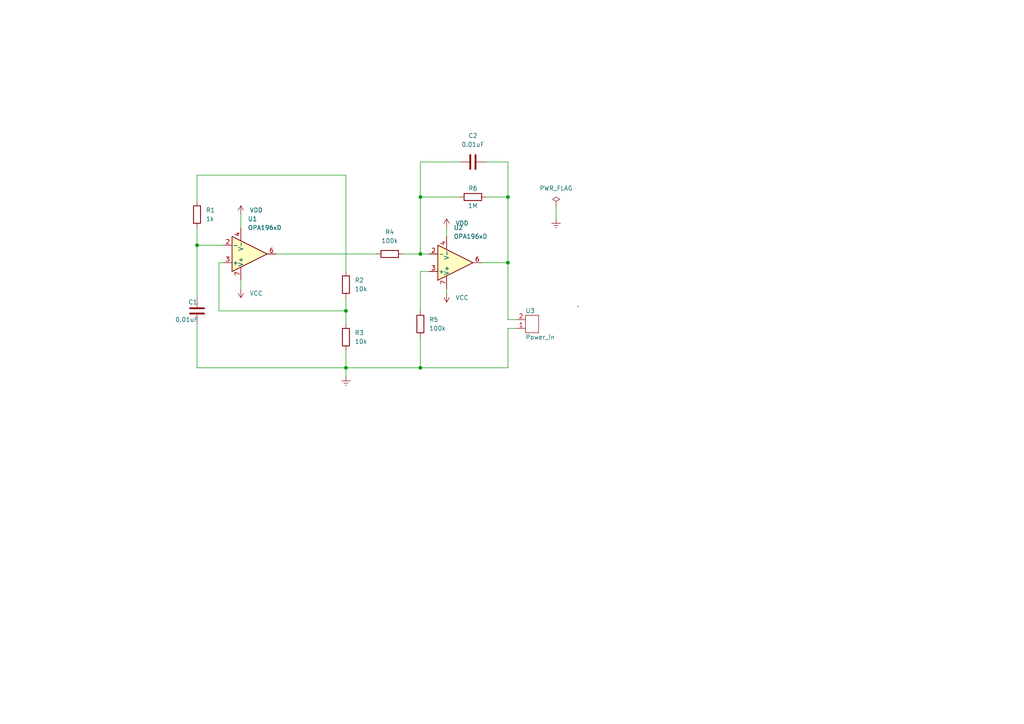
<source format=kicad_sch>
(kicad_sch (version 20211123) (generator eeschema)

  (uuid 27c091a2-fcd6-4425-9395-598a50e22574)

  (paper "A4")

  (title_block
    (title "Triangular Wave Generator")
    (date "2022-05-14")
    (rev "v1.1")
    (company "zhrzkn")
  )

  (lib_symbols
    (symbol "Amplifier_Operational:OPA196xD" (pin_names (offset 0.127)) (in_bom yes) (on_board yes)
      (property "Reference" "U" (id 0) (at 0 6.35 0)
        (effects (font (size 1.27 1.27)) (justify left))
      )
      (property "Value" "OPA196xD" (id 1) (at 0 3.81 0)
        (effects (font (size 1.27 1.27)) (justify left))
      )
      (property "Footprint" "Package_SO:SOIC-8_3.9x4.9mm_P1.27mm" (id 2) (at -2.54 -5.08 0)
        (effects (font (size 1.27 1.27)) (justify left) hide)
      )
      (property "Datasheet" "http://www.ti.com/lit/ds/symlink/opa4196.pdf" (id 3) (at 3.81 3.81 0)
        (effects (font (size 1.27 1.27)) hide)
      )
      (property "ki_keywords" "single opamp" (id 4) (at 0 0 0)
        (effects (font (size 1.27 1.27)) hide)
      )
      (property "ki_description" "Sing, Low-Power, Low Offset Voltage, Rail-to-Rail Operational Amplifier, SOIC-8" (id 5) (at 0 0 0)
        (effects (font (size 1.27 1.27)) hide)
      )
      (property "ki_fp_filters" "SOIC*3.9x4.9mm*P1.27mm*" (id 6) (at 0 0 0)
        (effects (font (size 1.27 1.27)) hide)
      )
      (symbol "OPA196xD_0_1"
        (polyline
          (pts
            (xy -5.08 5.08)
            (xy 5.08 0)
            (xy -5.08 -5.08)
            (xy -5.08 5.08)
          )
          (stroke (width 0.254) (type default) (color 0 0 0 0))
          (fill (type background))
        )
      )
      (symbol "OPA196xD_1_1"
        (pin no_connect line (at -2.54 2.54 270) (length 2.54) hide
          (name "NC" (effects (font (size 1.27 1.27))))
          (number "1" (effects (font (size 1.27 1.27))))
        )
        (pin input line (at -7.62 -2.54 0) (length 2.54)
          (name "-" (effects (font (size 1.27 1.27))))
          (number "2" (effects (font (size 1.27 1.27))))
        )
        (pin input line (at -7.62 2.54 0) (length 2.54)
          (name "+" (effects (font (size 1.27 1.27))))
          (number "3" (effects (font (size 1.27 1.27))))
        )
        (pin power_in line (at -2.54 -7.62 90) (length 3.81)
          (name "V-" (effects (font (size 1.27 1.27))))
          (number "4" (effects (font (size 1.27 1.27))))
        )
        (pin no_connect line (at 0 2.54 270) (length 2.54) hide
          (name "NC" (effects (font (size 1.27 1.27))))
          (number "5" (effects (font (size 1.27 1.27))))
        )
        (pin output line (at 7.62 0 180) (length 2.54)
          (name "~" (effects (font (size 1.27 1.27))))
          (number "6" (effects (font (size 1.27 1.27))))
        )
        (pin power_in line (at -2.54 7.62 270) (length 3.81)
          (name "V+" (effects (font (size 1.27 1.27))))
          (number "7" (effects (font (size 1.27 1.27))))
        )
        (pin no_connect line (at 0 -2.54 90) (length 2.54) hide
          (name "NC" (effects (font (size 1.27 1.27))))
          (number "8" (effects (font (size 1.27 1.27))))
        )
      )
    )
    (symbol "Device:C" (pin_numbers hide) (pin_names (offset 0.254)) (in_bom yes) (on_board yes)
      (property "Reference" "C" (id 0) (at 0.635 2.54 0)
        (effects (font (size 1.27 1.27)) (justify left))
      )
      (property "Value" "C" (id 1) (at 0.635 -2.54 0)
        (effects (font (size 1.27 1.27)) (justify left))
      )
      (property "Footprint" "" (id 2) (at 0.9652 -3.81 0)
        (effects (font (size 1.27 1.27)) hide)
      )
      (property "Datasheet" "~" (id 3) (at 0 0 0)
        (effects (font (size 1.27 1.27)) hide)
      )
      (property "ki_keywords" "cap capacitor" (id 4) (at 0 0 0)
        (effects (font (size 1.27 1.27)) hide)
      )
      (property "ki_description" "Unpolarized capacitor" (id 5) (at 0 0 0)
        (effects (font (size 1.27 1.27)) hide)
      )
      (property "ki_fp_filters" "C_*" (id 6) (at 0 0 0)
        (effects (font (size 1.27 1.27)) hide)
      )
      (symbol "C_0_1"
        (polyline
          (pts
            (xy -2.032 -0.762)
            (xy 2.032 -0.762)
          )
          (stroke (width 0.508) (type default) (color 0 0 0 0))
          (fill (type none))
        )
        (polyline
          (pts
            (xy -2.032 0.762)
            (xy 2.032 0.762)
          )
          (stroke (width 0.508) (type default) (color 0 0 0 0))
          (fill (type none))
        )
      )
      (symbol "C_1_1"
        (pin passive line (at 0 3.81 270) (length 2.794)
          (name "~" (effects (font (size 1.27 1.27))))
          (number "1" (effects (font (size 1.27 1.27))))
        )
        (pin passive line (at 0 -3.81 90) (length 2.794)
          (name "~" (effects (font (size 1.27 1.27))))
          (number "2" (effects (font (size 1.27 1.27))))
        )
      )
    )
    (symbol "Device:R" (pin_numbers hide) (pin_names (offset 0)) (in_bom yes) (on_board yes)
      (property "Reference" "R" (id 0) (at 2.032 0 90)
        (effects (font (size 1.27 1.27)))
      )
      (property "Value" "R" (id 1) (at 0 0 90)
        (effects (font (size 1.27 1.27)))
      )
      (property "Footprint" "" (id 2) (at -1.778 0 90)
        (effects (font (size 1.27 1.27)) hide)
      )
      (property "Datasheet" "~" (id 3) (at 0 0 0)
        (effects (font (size 1.27 1.27)) hide)
      )
      (property "ki_keywords" "R res resistor" (id 4) (at 0 0 0)
        (effects (font (size 1.27 1.27)) hide)
      )
      (property "ki_description" "Resistor" (id 5) (at 0 0 0)
        (effects (font (size 1.27 1.27)) hide)
      )
      (property "ki_fp_filters" "R_*" (id 6) (at 0 0 0)
        (effects (font (size 1.27 1.27)) hide)
      )
      (symbol "R_0_1"
        (rectangle (start -1.016 -2.54) (end 1.016 2.54)
          (stroke (width 0.254) (type default) (color 0 0 0 0))
          (fill (type none))
        )
      )
      (symbol "R_1_1"
        (pin passive line (at 0 3.81 270) (length 1.27)
          (name "~" (effects (font (size 1.27 1.27))))
          (number "1" (effects (font (size 1.27 1.27))))
        )
        (pin passive line (at 0 -3.81 90) (length 1.27)
          (name "~" (effects (font (size 1.27 1.27))))
          (number "2" (effects (font (size 1.27 1.27))))
        )
      )
    )
    (symbol "extra_library:Power_in" (in_bom yes) (on_board yes)
      (property "Reference" "U" (id 0) (at -1.27 1.27 0)
        (effects (font (size 1.27 1.27)))
      )
      (property "Value" "Power_in" (id 1) (at 2.54 -6.35 0)
        (effects (font (size 1.27 1.27)))
      )
      (property "Footprint" "" (id 2) (at 0 0 0)
        (effects (font (size 1.27 1.27)) hide)
      )
      (property "Datasheet" "" (id 3) (at 0 0 0)
        (effects (font (size 1.27 1.27)) hide)
      )
      (symbol "Power_in_0_1"
        (rectangle (start 0 0) (end 3.81 -5.08)
          (stroke (width 0) (type default) (color 0 0 0 0))
          (fill (type none))
        )
        (circle (center 15.24 2.54) (radius 0.0001)
          (stroke (width 0) (type default) (color 0 0 0 0))
          (fill (type none))
        )
      )
      (symbol "Power_in_1_1"
        (pin input line (at -2.54 -3.81 0) (length 2.54)
          (name "" (effects (font (size 1.27 1.27))))
          (number "1" (effects (font (size 1.27 1.27))))
        )
        (pin input line (at -2.54 -1.27 0) (length 2.54)
          (name "" (effects (font (size 1.27 1.27))))
          (number "2" (effects (font (size 1.27 1.27))))
        )
      )
    )
    (symbol "power:Earth" (power) (pin_names (offset 0)) (in_bom yes) (on_board yes)
      (property "Reference" "#PWR" (id 0) (at 0 -6.35 0)
        (effects (font (size 1.27 1.27)) hide)
      )
      (property "Value" "Earth" (id 1) (at 0 -3.81 0)
        (effects (font (size 1.27 1.27)) hide)
      )
      (property "Footprint" "" (id 2) (at 0 0 0)
        (effects (font (size 1.27 1.27)) hide)
      )
      (property "Datasheet" "~" (id 3) (at 0 0 0)
        (effects (font (size 1.27 1.27)) hide)
      )
      (property "ki_keywords" "power-flag ground gnd" (id 4) (at 0 0 0)
        (effects (font (size 1.27 1.27)) hide)
      )
      (property "ki_description" "Power symbol creates a global label with name \"Earth\"" (id 5) (at 0 0 0)
        (effects (font (size 1.27 1.27)) hide)
      )
      (symbol "Earth_0_1"
        (polyline
          (pts
            (xy -0.635 -1.905)
            (xy 0.635 -1.905)
          )
          (stroke (width 0) (type default) (color 0 0 0 0))
          (fill (type none))
        )
        (polyline
          (pts
            (xy -0.127 -2.54)
            (xy 0.127 -2.54)
          )
          (stroke (width 0) (type default) (color 0 0 0 0))
          (fill (type none))
        )
        (polyline
          (pts
            (xy 0 -1.27)
            (xy 0 0)
          )
          (stroke (width 0) (type default) (color 0 0 0 0))
          (fill (type none))
        )
        (polyline
          (pts
            (xy 1.27 -1.27)
            (xy -1.27 -1.27)
          )
          (stroke (width 0) (type default) (color 0 0 0 0))
          (fill (type none))
        )
      )
      (symbol "Earth_1_1"
        (pin power_in line (at 0 0 270) (length 0) hide
          (name "Earth" (effects (font (size 1.27 1.27))))
          (number "1" (effects (font (size 1.27 1.27))))
        )
      )
    )
    (symbol "power:PWR_FLAG" (power) (pin_numbers hide) (pin_names (offset 0) hide) (in_bom yes) (on_board yes)
      (property "Reference" "#FLG" (id 0) (at 0 1.905 0)
        (effects (font (size 1.27 1.27)) hide)
      )
      (property "Value" "PWR_FLAG" (id 1) (at 0 3.81 0)
        (effects (font (size 1.27 1.27)))
      )
      (property "Footprint" "" (id 2) (at 0 0 0)
        (effects (font (size 1.27 1.27)) hide)
      )
      (property "Datasheet" "~" (id 3) (at 0 0 0)
        (effects (font (size 1.27 1.27)) hide)
      )
      (property "ki_keywords" "power-flag" (id 4) (at 0 0 0)
        (effects (font (size 1.27 1.27)) hide)
      )
      (property "ki_description" "Special symbol for telling ERC where power comes from" (id 5) (at 0 0 0)
        (effects (font (size 1.27 1.27)) hide)
      )
      (symbol "PWR_FLAG_0_0"
        (pin power_out line (at 0 0 90) (length 0)
          (name "pwr" (effects (font (size 1.27 1.27))))
          (number "1" (effects (font (size 1.27 1.27))))
        )
      )
      (symbol "PWR_FLAG_0_1"
        (polyline
          (pts
            (xy 0 0)
            (xy 0 1.27)
            (xy -1.016 1.905)
            (xy 0 2.54)
            (xy 1.016 1.905)
            (xy 0 1.27)
          )
          (stroke (width 0) (type default) (color 0 0 0 0))
          (fill (type none))
        )
      )
    )
    (symbol "power:VCC" (power) (pin_names (offset 0)) (in_bom yes) (on_board yes)
      (property "Reference" "#PWR" (id 0) (at 0 -3.81 0)
        (effects (font (size 1.27 1.27)) hide)
      )
      (property "Value" "VCC" (id 1) (at 0 3.81 0)
        (effects (font (size 1.27 1.27)))
      )
      (property "Footprint" "" (id 2) (at 0 0 0)
        (effects (font (size 1.27 1.27)) hide)
      )
      (property "Datasheet" "" (id 3) (at 0 0 0)
        (effects (font (size 1.27 1.27)) hide)
      )
      (property "ki_keywords" "power-flag" (id 4) (at 0 0 0)
        (effects (font (size 1.27 1.27)) hide)
      )
      (property "ki_description" "Power symbol creates a global label with name \"VCC\"" (id 5) (at 0 0 0)
        (effects (font (size 1.27 1.27)) hide)
      )
      (symbol "VCC_0_1"
        (polyline
          (pts
            (xy -0.762 1.27)
            (xy 0 2.54)
          )
          (stroke (width 0) (type default) (color 0 0 0 0))
          (fill (type none))
        )
        (polyline
          (pts
            (xy 0 0)
            (xy 0 2.54)
          )
          (stroke (width 0) (type default) (color 0 0 0 0))
          (fill (type none))
        )
        (polyline
          (pts
            (xy 0 2.54)
            (xy 0.762 1.27)
          )
          (stroke (width 0) (type default) (color 0 0 0 0))
          (fill (type none))
        )
      )
      (symbol "VCC_1_1"
        (pin power_in line (at 0 0 90) (length 0) hide
          (name "VCC" (effects (font (size 1.27 1.27))))
          (number "1" (effects (font (size 1.27 1.27))))
        )
      )
    )
    (symbol "power:VDD" (power) (pin_names (offset 0)) (in_bom yes) (on_board yes)
      (property "Reference" "#PWR" (id 0) (at 0 -3.81 0)
        (effects (font (size 1.27 1.27)) hide)
      )
      (property "Value" "VDD" (id 1) (at 0 3.81 0)
        (effects (font (size 1.27 1.27)))
      )
      (property "Footprint" "" (id 2) (at 0 0 0)
        (effects (font (size 1.27 1.27)) hide)
      )
      (property "Datasheet" "" (id 3) (at 0 0 0)
        (effects (font (size 1.27 1.27)) hide)
      )
      (property "ki_keywords" "power-flag" (id 4) (at 0 0 0)
        (effects (font (size 1.27 1.27)) hide)
      )
      (property "ki_description" "Power symbol creates a global label with name \"VDD\"" (id 5) (at 0 0 0)
        (effects (font (size 1.27 1.27)) hide)
      )
      (symbol "VDD_0_1"
        (polyline
          (pts
            (xy -0.762 1.27)
            (xy 0 2.54)
          )
          (stroke (width 0) (type default) (color 0 0 0 0))
          (fill (type none))
        )
        (polyline
          (pts
            (xy 0 0)
            (xy 0 2.54)
          )
          (stroke (width 0) (type default) (color 0 0 0 0))
          (fill (type none))
        )
        (polyline
          (pts
            (xy 0 2.54)
            (xy 0.762 1.27)
          )
          (stroke (width 0) (type default) (color 0 0 0 0))
          (fill (type none))
        )
      )
      (symbol "VDD_1_1"
        (pin power_in line (at 0 0 90) (length 0) hide
          (name "VDD" (effects (font (size 1.27 1.27))))
          (number "1" (effects (font (size 1.27 1.27))))
        )
      )
    )
  )


  (junction (at 121.92 73.66) (diameter 0) (color 0 0 0 0)
    (uuid 1d1e948f-b074-46e3-90c3-1b902ee6771c)
  )
  (junction (at 147.32 57.15) (diameter 0) (color 0 0 0 0)
    (uuid 2c02e074-2877-47bc-ab4f-5e008c8f8d1a)
  )
  (junction (at 57.15 71.12) (diameter 0) (color 0 0 0 0)
    (uuid 3d0b45fe-79cb-420a-8b26-de470faf36b3)
  )
  (junction (at 100.33 90.17) (diameter 0) (color 0 0 0 0)
    (uuid 45f84ca3-5f51-44c5-bf0b-ece660692682)
  )
  (junction (at 100.33 106.68) (diameter 0) (color 0 0 0 0)
    (uuid 981578e4-5329-4a58-8a4a-1b9bc1e245eb)
  )
  (junction (at 147.32 76.2) (diameter 0) (color 0 0 0 0)
    (uuid b14b7e42-c5e6-4394-bfec-1b876798110b)
  )
  (junction (at 121.92 57.15) (diameter 0) (color 0 0 0 0)
    (uuid cc79a6e9-9a73-49e0-a026-5ec573b63754)
  )
  (junction (at 121.92 106.68) (diameter 0) (color 0 0 0 0)
    (uuid ce464144-f70b-4d89-afd3-3b189f9a8d8e)
  )

  (wire (pts (xy 64.77 76.2) (xy 63.5 76.2))
    (stroke (width 0) (type default) (color 0 0 0 0))
    (uuid 01638d85-281e-4bea-8a9a-051743554dca)
  )
  (wire (pts (xy 116.84 73.66) (xy 121.92 73.66))
    (stroke (width 0) (type default) (color 0 0 0 0))
    (uuid 18fbfdd4-d440-466f-ad19-31731295c47e)
  )
  (wire (pts (xy 57.15 71.12) (xy 57.15 86.36))
    (stroke (width 0) (type default) (color 0 0 0 0))
    (uuid 2c011b8e-8ea6-4b74-b630-20b6de26cfd5)
  )
  (wire (pts (xy 57.15 71.12) (xy 57.15 66.04))
    (stroke (width 0) (type default) (color 0 0 0 0))
    (uuid 2ce87107-e8c0-4261-97ab-4e6de74fa6c0)
  )
  (wire (pts (xy 100.33 86.36) (xy 100.33 90.17))
    (stroke (width 0) (type default) (color 0 0 0 0))
    (uuid 32ce0626-ba46-491b-962b-0dc9270eafac)
  )
  (wire (pts (xy 100.33 50.8) (xy 100.33 78.74))
    (stroke (width 0) (type default) (color 0 0 0 0))
    (uuid 3a4aec66-4fc1-48fd-bd37-c5cd530ea1a2)
  )
  (wire (pts (xy 121.92 73.66) (xy 124.46 73.66))
    (stroke (width 0) (type default) (color 0 0 0 0))
    (uuid 3decb6f7-62b6-4485-876c-b45865087a02)
  )
  (wire (pts (xy 161.29 59.69) (xy 161.29 63.5))
    (stroke (width 0) (type default) (color 0 0 0 0))
    (uuid 3e782a9f-b5eb-41fa-b352-3ec31c20755d)
  )
  (wire (pts (xy 80.01 73.66) (xy 109.22 73.66))
    (stroke (width 0) (type default) (color 0 0 0 0))
    (uuid 42b80581-9683-43d7-bdf0-3e05a298b2f1)
  )
  (wire (pts (xy 69.85 62.23) (xy 69.85 66.04))
    (stroke (width 0) (type default) (color 0 0 0 0))
    (uuid 44641721-749a-43a9-a35c-0477bb5c8a1d)
  )
  (wire (pts (xy 121.92 106.68) (xy 100.33 106.68))
    (stroke (width 0) (type default) (color 0 0 0 0))
    (uuid 477cc340-2879-4cf7-a85e-357616293011)
  )
  (wire (pts (xy 57.15 106.68) (xy 100.33 106.68))
    (stroke (width 0) (type default) (color 0 0 0 0))
    (uuid 57c4124a-91e9-4832-8f75-6fdcf94fbe97)
  )
  (wire (pts (xy 121.92 57.15) (xy 121.92 73.66))
    (stroke (width 0) (type default) (color 0 0 0 0))
    (uuid 59ee55e6-7fc8-4076-8200-39928aba6aef)
  )
  (wire (pts (xy 63.5 90.17) (xy 100.33 90.17))
    (stroke (width 0) (type default) (color 0 0 0 0))
    (uuid 63c464de-fdd4-4997-80fb-02cfd4461b04)
  )
  (wire (pts (xy 139.7 76.2) (xy 147.32 76.2))
    (stroke (width 0) (type default) (color 0 0 0 0))
    (uuid 661e62a7-4147-4617-b7a2-8eae6741e485)
  )
  (wire (pts (xy 147.32 57.15) (xy 147.32 76.2))
    (stroke (width 0) (type default) (color 0 0 0 0))
    (uuid 66ea98bd-1712-4240-b919-8ed6fd16dfb1)
  )
  (wire (pts (xy 121.92 78.74) (xy 121.92 90.17))
    (stroke (width 0) (type default) (color 0 0 0 0))
    (uuid 686c5f39-cdb3-4e94-be7b-7357a0d543ae)
  )
  (wire (pts (xy 100.33 106.68) (xy 100.33 101.6))
    (stroke (width 0) (type default) (color 0 0 0 0))
    (uuid 69fb71c9-a665-48ec-9d4e-dca430e7306b)
  )
  (wire (pts (xy 57.15 50.8) (xy 100.33 50.8))
    (stroke (width 0) (type default) (color 0 0 0 0))
    (uuid 6d3e4a27-14d4-4f01-90e8-33d6656a82e9)
  )
  (wire (pts (xy 149.86 95.25) (xy 147.32 95.25))
    (stroke (width 0) (type default) (color 0 0 0 0))
    (uuid 7cec6255-0cd0-44cf-99a5-a94d7ce163d7)
  )
  (wire (pts (xy 147.32 46.99) (xy 147.32 57.15))
    (stroke (width 0) (type default) (color 0 0 0 0))
    (uuid 7e11cbaf-0ff2-458f-90aa-e35216af8a47)
  )
  (wire (pts (xy 121.92 46.99) (xy 121.92 57.15))
    (stroke (width 0) (type default) (color 0 0 0 0))
    (uuid 8f1f7422-d99d-43ee-b7a8-9a43063c7ccf)
  )
  (wire (pts (xy 147.32 106.68) (xy 121.92 106.68))
    (stroke (width 0) (type default) (color 0 0 0 0))
    (uuid 998e12e4-bf70-4c62-8d69-e45cb6fd0476)
  )
  (wire (pts (xy 124.46 78.74) (xy 121.92 78.74))
    (stroke (width 0) (type default) (color 0 0 0 0))
    (uuid 9bbd23dc-2589-47a4-9b26-c47864659d0c)
  )
  (wire (pts (xy 140.97 46.99) (xy 147.32 46.99))
    (stroke (width 0) (type default) (color 0 0 0 0))
    (uuid 9c4d4031-33bf-4b2c-b3d7-d94984292cb7)
  )
  (wire (pts (xy 121.92 97.79) (xy 121.92 106.68))
    (stroke (width 0) (type default) (color 0 0 0 0))
    (uuid 9cea8356-1bdc-4ed2-b045-24555da08ea4)
  )
  (wire (pts (xy 129.54 66.04) (xy 129.54 68.58))
    (stroke (width 0) (type default) (color 0 0 0 0))
    (uuid 9db93c3f-8b75-42db-b63d-c45adca42c79)
  )
  (wire (pts (xy 147.32 95.25) (xy 147.32 106.68))
    (stroke (width 0) (type default) (color 0 0 0 0))
    (uuid 9e21d309-1a71-4b27-a043-8258990999a4)
  )
  (wire (pts (xy 147.32 76.2) (xy 147.32 92.71))
    (stroke (width 0) (type default) (color 0 0 0 0))
    (uuid 9e67d1c6-81a0-48e7-b869-d0f326501c69)
  )
  (wire (pts (xy 133.35 57.15) (xy 121.92 57.15))
    (stroke (width 0) (type default) (color 0 0 0 0))
    (uuid a2c897f7-be0f-4a12-b1e9-eb540990039f)
  )
  (wire (pts (xy 133.35 46.99) (xy 121.92 46.99))
    (stroke (width 0) (type default) (color 0 0 0 0))
    (uuid b608b6b3-27e4-4253-b288-a0faf0b589c7)
  )
  (wire (pts (xy 57.15 93.98) (xy 57.15 106.68))
    (stroke (width 0) (type default) (color 0 0 0 0))
    (uuid c57e6629-6a41-4427-860e-3e75f7e8e246)
  )
  (wire (pts (xy 100.33 90.17) (xy 100.33 93.98))
    (stroke (width 0) (type default) (color 0 0 0 0))
    (uuid d152483a-113f-489d-969b-aca2385ad21d)
  )
  (wire (pts (xy 64.77 71.12) (xy 57.15 71.12))
    (stroke (width 0) (type default) (color 0 0 0 0))
    (uuid d75f9807-22e9-4f0d-9f9f-505f2d98b2d5)
  )
  (wire (pts (xy 69.85 81.28) (xy 69.85 83.82))
    (stroke (width 0) (type default) (color 0 0 0 0))
    (uuid d9514679-f94b-4d83-9f38-56826ac99c5d)
  )
  (wire (pts (xy 129.54 83.82) (xy 129.54 85.09))
    (stroke (width 0) (type default) (color 0 0 0 0))
    (uuid dac2ac14-061e-4edc-8200-ee89c50c642d)
  )
  (wire (pts (xy 57.15 58.42) (xy 57.15 50.8))
    (stroke (width 0) (type default) (color 0 0 0 0))
    (uuid e156ab05-6720-4fbf-b3f2-973c9b8535b8)
  )
  (wire (pts (xy 147.32 57.15) (xy 140.97 57.15))
    (stroke (width 0) (type default) (color 0 0 0 0))
    (uuid edd9905f-ca90-406d-a36a-61b0414d066a)
  )
  (wire (pts (xy 149.86 92.71) (xy 147.32 92.71))
    (stroke (width 0) (type default) (color 0 0 0 0))
    (uuid ef7329d3-295d-4b80-b17b-7543bcfcbc67)
  )
  (wire (pts (xy 100.33 106.68) (xy 100.33 109.22))
    (stroke (width 0) (type default) (color 0 0 0 0))
    (uuid f10a1435-819a-4b9f-bed0-ca037c3a31ec)
  )
  (wire (pts (xy 63.5 76.2) (xy 63.5 90.17))
    (stroke (width 0) (type default) (color 0 0 0 0))
    (uuid f421bc00-8935-4434-acf1-df62c4afa029)
  )

  (symbol (lib_id "power:VDD") (at 69.85 62.23 0) (unit 1)
    (in_bom yes) (on_board yes) (fields_autoplaced)
    (uuid 1ebc13b5-0ef0-43ae-83b8-5b91d010ca48)
    (property "Reference" "#PWR0102" (id 0) (at 69.85 66.04 0)
      (effects (font (size 1.27 1.27)) hide)
    )
    (property "Value" "VDD" (id 1) (at 72.39 60.9599 0)
      (effects (font (size 1.27 1.27)) (justify left))
    )
    (property "Footprint" "" (id 2) (at 69.85 62.23 0)
      (effects (font (size 1.27 1.27)) hide)
    )
    (property "Datasheet" "" (id 3) (at 69.85 62.23 0)
      (effects (font (size 1.27 1.27)) hide)
    )
    (pin "1" (uuid e625369d-5a35-42ed-baca-bb5d06b81d67))
  )

  (symbol (lib_id "Device:R") (at 137.16 57.15 90) (unit 1)
    (in_bom yes) (on_board yes)
    (uuid 2a959e33-fb87-4e28-940b-5b9359e41ce2)
    (property "Reference" "R6" (id 0) (at 137.16 54.61 90))
    (property "Value" "1M" (id 1) (at 137.16 59.69 90))
    (property "Footprint" "Resistor_SMD:R_0805_2012Metric" (id 2) (at 137.16 58.928 90)
      (effects (font (size 1.27 1.27)) hide)
    )
    (property "Datasheet" "~" (id 3) (at 137.16 57.15 0)
      (effects (font (size 1.27 1.27)) hide)
    )
    (pin "1" (uuid 7d9f7161-7693-462d-b194-a68d2c17d92b))
    (pin "2" (uuid f1e535ad-c408-4e92-b130-ece950e4dd88))
  )

  (symbol (lib_id "Amplifier_Operational:OPA196xD") (at 132.08 76.2 0) (mirror x) (unit 1)
    (in_bom yes) (on_board yes) (fields_autoplaced)
    (uuid 4bc9fe7e-9240-405d-bd60-656655232835)
    (property "Reference" "U2" (id 0) (at 131.5594 66.04 0)
      (effects (font (size 1.27 1.27)) (justify left))
    )
    (property "Value" "OPA196xD" (id 1) (at 131.5594 68.58 0)
      (effects (font (size 1.27 1.27)) (justify left))
    )
    (property "Footprint" "Package_SO:SOIC-8_3.9x4.9mm_P1.27mm" (id 2) (at 129.54 71.12 0)
      (effects (font (size 1.27 1.27)) (justify left) hide)
    )
    (property "Datasheet" "http://www.ti.com/lit/ds/symlink/opa4196.pdf" (id 3) (at 135.89 80.01 0)
      (effects (font (size 1.27 1.27)) hide)
    )
    (pin "1" (uuid 1a5abe16-5e2d-492f-89c2-8967000f2ccf))
    (pin "2" (uuid 00a19dbc-3295-4111-998d-31792b691999))
    (pin "3" (uuid 6bd2295d-91e9-4965-892e-5ef4840dbc62))
    (pin "4" (uuid 3d8cc279-dff1-4503-bf72-f62628068305))
    (pin "5" (uuid c187d026-4425-4499-9c50-558db3bdda5a))
    (pin "6" (uuid 34b27242-f8d5-499b-94c8-d5d530c5fe96))
    (pin "7" (uuid ff87f5b6-c856-471c-9e15-5b1301f0b0ae))
    (pin "8" (uuid b68a47d3-6efa-45c6-9f91-1dce68e9754c))
  )

  (symbol (lib_id "power:VDD") (at 129.54 66.04 0) (unit 1)
    (in_bom yes) (on_board yes) (fields_autoplaced)
    (uuid 59032930-9cb4-4006-9825-987c341801ad)
    (property "Reference" "#PWR0103" (id 0) (at 129.54 69.85 0)
      (effects (font (size 1.27 1.27)) hide)
    )
    (property "Value" "VDD" (id 1) (at 132.08 64.7699 0)
      (effects (font (size 1.27 1.27)) (justify left))
    )
    (property "Footprint" "" (id 2) (at 129.54 66.04 0)
      (effects (font (size 1.27 1.27)) hide)
    )
    (property "Datasheet" "" (id 3) (at 129.54 66.04 0)
      (effects (font (size 1.27 1.27)) hide)
    )
    (pin "1" (uuid e7771762-f179-4781-a7e7-8e5e357b56f7))
  )

  (symbol (lib_id "extra_library:Power_in") (at 152.4 91.44 0) (unit 1)
    (in_bom yes) (on_board yes)
    (uuid 680cedc8-8c7c-4a78-b90f-35e042a58743)
    (property "Reference" "U3" (id 0) (at 152.4 90.17 0)
      (effects (font (size 1.27 1.27)) (justify left))
    )
    (property "Value" "Power_in" (id 1) (at 152.4 97.79 0)
      (effects (font (size 1.27 1.27)) (justify left))
    )
    (property "Footprint" "TerminalBlock:TerminalBlock_bornier-2_P5.08mm" (id 2) (at 152.4 91.44 0)
      (effects (font (size 1.27 1.27)) hide)
    )
    (property "Datasheet" "" (id 3) (at 152.4 91.44 0)
      (effects (font (size 1.27 1.27)) hide)
    )
    (pin "1" (uuid 366feb80-4815-40ea-9139-90a31620ca99))
    (pin "2" (uuid 6eddf0fb-2de1-4249-bd19-8be6cd646118))
  )

  (symbol (lib_id "Device:R") (at 113.03 73.66 90) (unit 1)
    (in_bom yes) (on_board yes) (fields_autoplaced)
    (uuid 7157ed45-5210-4f67-8f05-ff064d88ab9d)
    (property "Reference" "R4" (id 0) (at 113.03 67.31 90))
    (property "Value" "100k" (id 1) (at 113.03 69.85 90))
    (property "Footprint" "Resistor_SMD:R_0805_2012Metric" (id 2) (at 113.03 75.438 90)
      (effects (font (size 1.27 1.27)) hide)
    )
    (property "Datasheet" "~" (id 3) (at 113.03 73.66 0)
      (effects (font (size 1.27 1.27)) hide)
    )
    (pin "1" (uuid b698d968-309d-4df7-9ea9-d731677babc9))
    (pin "2" (uuid 3c0643d8-1b3a-41a5-99ab-f5e58e108ea2))
  )

  (symbol (lib_id "power:Earth") (at 100.33 109.22 0) (unit 1)
    (in_bom yes) (on_board yes) (fields_autoplaced)
    (uuid 84907628-529b-441b-9f74-daa000d5aef1)
    (property "Reference" "#PWR03" (id 0) (at 100.33 115.57 0)
      (effects (font (size 1.27 1.27)) hide)
    )
    (property "Value" "Earth" (id 1) (at 100.33 113.03 0)
      (effects (font (size 1.27 1.27)) hide)
    )
    (property "Footprint" "" (id 2) (at 100.33 109.22 0)
      (effects (font (size 1.27 1.27)) hide)
    )
    (property "Datasheet" "~" (id 3) (at 100.33 109.22 0)
      (effects (font (size 1.27 1.27)) hide)
    )
    (pin "1" (uuid d67564e5-1920-41f2-8322-602df1316b39))
  )

  (symbol (lib_id "Device:R") (at 57.15 62.23 0) (unit 1)
    (in_bom yes) (on_board yes) (fields_autoplaced)
    (uuid 96f28a0e-457b-461d-bd21-7ef9bd26777a)
    (property "Reference" "R1" (id 0) (at 59.69 60.9599 0)
      (effects (font (size 1.27 1.27)) (justify left))
    )
    (property "Value" "1k" (id 1) (at 59.69 63.4999 0)
      (effects (font (size 1.27 1.27)) (justify left))
    )
    (property "Footprint" "Resistor_SMD:R_0805_2012Metric" (id 2) (at 55.372 62.23 90)
      (effects (font (size 1.27 1.27)) hide)
    )
    (property "Datasheet" "~" (id 3) (at 57.15 62.23 0)
      (effects (font (size 1.27 1.27)) hide)
    )
    (pin "1" (uuid dc4d07d2-3f7c-46da-a554-f806858ca4a0))
    (pin "2" (uuid 4f9a45ee-2a0b-4828-8620-7855ec8f07b7))
  )

  (symbol (lib_id "power:Earth") (at 161.29 63.5 0) (unit 1)
    (in_bom yes) (on_board yes) (fields_autoplaced)
    (uuid b5151895-129d-4293-b29f-ea2028741427)
    (property "Reference" "#PWR06" (id 0) (at 161.29 69.85 0)
      (effects (font (size 1.27 1.27)) hide)
    )
    (property "Value" "Earth" (id 1) (at 161.29 67.31 0)
      (effects (font (size 1.27 1.27)) hide)
    )
    (property "Footprint" "" (id 2) (at 161.29 63.5 0)
      (effects (font (size 1.27 1.27)) hide)
    )
    (property "Datasheet" "~" (id 3) (at 161.29 63.5 0)
      (effects (font (size 1.27 1.27)) hide)
    )
    (pin "1" (uuid 4a07809c-7367-4b9f-b8f8-32177dfbae21))
  )

  (symbol (lib_id "Device:C") (at 57.15 90.17 0) (unit 1)
    (in_bom yes) (on_board yes)
    (uuid b7b93099-9183-46eb-9ff8-8dec4a0b5de6)
    (property "Reference" "C1" (id 0) (at 54.61 87.63 0)
      (effects (font (size 1.27 1.27)) (justify left))
    )
    (property "Value" "0.01uF" (id 1) (at 50.8 92.71 0)
      (effects (font (size 1.27 1.27)) (justify left))
    )
    (property "Footprint" "Capacitor_SMD:C_0805_2012Metric" (id 2) (at 58.1152 93.98 0)
      (effects (font (size 1.27 1.27)) hide)
    )
    (property "Datasheet" "~" (id 3) (at 57.15 90.17 0)
      (effects (font (size 1.27 1.27)) hide)
    )
    (pin "1" (uuid 6e9f72af-2a31-4fe3-bbff-40bcd785869c))
    (pin "2" (uuid 1c3fd4e8-93ce-4922-8d93-ea171ac394d3))
  )

  (symbol (lib_id "power:VCC") (at 129.54 85.09 180) (unit 1)
    (in_bom yes) (on_board yes) (fields_autoplaced)
    (uuid c1bc43b2-c9eb-4d39-aefd-fff4875d77be)
    (property "Reference" "#PWR0104" (id 0) (at 129.54 81.28 0)
      (effects (font (size 1.27 1.27)) hide)
    )
    (property "Value" "VCC" (id 1) (at 132.08 86.3599 0)
      (effects (font (size 1.27 1.27)) (justify right))
    )
    (property "Footprint" "" (id 2) (at 129.54 85.09 0)
      (effects (font (size 1.27 1.27)) hide)
    )
    (property "Datasheet" "" (id 3) (at 129.54 85.09 0)
      (effects (font (size 1.27 1.27)) hide)
    )
    (pin "1" (uuid d9bccc42-6d3d-4a3f-8ac1-6835e1792ab8))
  )

  (symbol (lib_id "Device:R") (at 100.33 97.79 0) (unit 1)
    (in_bom yes) (on_board yes) (fields_autoplaced)
    (uuid c7bcf38f-bd93-4c3b-a72c-928e11b4c86b)
    (property "Reference" "R3" (id 0) (at 102.87 96.5199 0)
      (effects (font (size 1.27 1.27)) (justify left))
    )
    (property "Value" "10k" (id 1) (at 102.87 99.0599 0)
      (effects (font (size 1.27 1.27)) (justify left))
    )
    (property "Footprint" "Resistor_SMD:R_0805_2012Metric" (id 2) (at 98.552 97.79 90)
      (effects (font (size 1.27 1.27)) hide)
    )
    (property "Datasheet" "~" (id 3) (at 100.33 97.79 0)
      (effects (font (size 1.27 1.27)) hide)
    )
    (pin "1" (uuid faf4ec1c-dfe2-4415-a87d-58cb99f0a5ad))
    (pin "2" (uuid aa33473b-8ea6-470a-9747-3a109a36268a))
  )

  (symbol (lib_id "power:VCC") (at 69.85 83.82 180) (unit 1)
    (in_bom yes) (on_board yes) (fields_autoplaced)
    (uuid cda5c0db-95ae-4eaa-92cd-aa731495b0cf)
    (property "Reference" "#PWR0101" (id 0) (at 69.85 80.01 0)
      (effects (font (size 1.27 1.27)) hide)
    )
    (property "Value" "VCC" (id 1) (at 72.39 85.0899 0)
      (effects (font (size 1.27 1.27)) (justify right))
    )
    (property "Footprint" "" (id 2) (at 69.85 83.82 0)
      (effects (font (size 1.27 1.27)) hide)
    )
    (property "Datasheet" "" (id 3) (at 69.85 83.82 0)
      (effects (font (size 1.27 1.27)) hide)
    )
    (pin "1" (uuid fdac106e-ffee-4773-a5f9-0b619c4a900a))
  )

  (symbol (lib_id "Device:C") (at 137.16 46.99 90) (unit 1)
    (in_bom yes) (on_board yes) (fields_autoplaced)
    (uuid e004dee3-2ef4-47ff-88d2-eb23c877171a)
    (property "Reference" "C2" (id 0) (at 137.16 39.37 90))
    (property "Value" "0.01uF" (id 1) (at 137.16 41.91 90))
    (property "Footprint" "Capacitor_SMD:C_0805_2012Metric" (id 2) (at 140.97 46.0248 0)
      (effects (font (size 1.27 1.27)) hide)
    )
    (property "Datasheet" "~" (id 3) (at 137.16 46.99 0)
      (effects (font (size 1.27 1.27)) hide)
    )
    (pin "1" (uuid 7efb59a7-5b20-4517-8529-1c666c658f6f))
    (pin "2" (uuid 3e51091d-0ab9-4e3a-b09a-63fa3290b63a))
  )

  (symbol (lib_id "Device:R") (at 100.33 82.55 0) (unit 1)
    (in_bom yes) (on_board yes) (fields_autoplaced)
    (uuid e0d87c02-791f-43da-b18e-466facf14550)
    (property "Reference" "R2" (id 0) (at 102.87 81.2799 0)
      (effects (font (size 1.27 1.27)) (justify left))
    )
    (property "Value" "10k" (id 1) (at 102.87 83.8199 0)
      (effects (font (size 1.27 1.27)) (justify left))
    )
    (property "Footprint" "Resistor_SMD:R_0805_2012Metric" (id 2) (at 98.552 82.55 90)
      (effects (font (size 1.27 1.27)) hide)
    )
    (property "Datasheet" "~" (id 3) (at 100.33 82.55 0)
      (effects (font (size 1.27 1.27)) hide)
    )
    (pin "1" (uuid bba02da3-df56-4729-8de0-d6e1e2f17330))
    (pin "2" (uuid fed4d659-b0a7-4636-823f-eab9f5501c57))
  )

  (symbol (lib_id "Amplifier_Operational:OPA196xD") (at 72.39 73.66 0) (mirror x) (unit 1)
    (in_bom yes) (on_board yes) (fields_autoplaced)
    (uuid ecbf47ba-2625-467d-9edf-9a7594c145a4)
    (property "Reference" "U1" (id 0) (at 71.8694 63.5 0)
      (effects (font (size 1.27 1.27)) (justify left))
    )
    (property "Value" "OPA196xD" (id 1) (at 71.8694 66.04 0)
      (effects (font (size 1.27 1.27)) (justify left))
    )
    (property "Footprint" "Package_SO:SOIC-8_3.9x4.9mm_P1.27mm" (id 2) (at 69.85 68.58 0)
      (effects (font (size 1.27 1.27)) (justify left) hide)
    )
    (property "Datasheet" "http://www.ti.com/lit/ds/symlink/opa4196.pdf" (id 3) (at 76.2 77.47 0)
      (effects (font (size 1.27 1.27)) hide)
    )
    (pin "1" (uuid 447f9588-c994-44f1-948c-aff6d2bc963c))
    (pin "2" (uuid 3a78dbdd-b705-41f1-97f1-465c526245ac))
    (pin "3" (uuid 6620a411-005c-4486-a221-190a414b9957))
    (pin "4" (uuid 8867404f-c24f-4b77-983a-824e2cdebed9))
    (pin "5" (uuid 709bc71e-46fb-4acc-98a7-4718695b27fc))
    (pin "6" (uuid 2601e2f0-afc0-4131-b16f-bc05dcfd0447))
    (pin "7" (uuid 695d6127-deeb-4438-b284-793bcadbe984))
    (pin "8" (uuid 883f98c5-77b8-47ad-9059-9e557b3bfeb3))
  )

  (symbol (lib_id "power:PWR_FLAG") (at 161.29 59.69 0) (unit 1)
    (in_bom yes) (on_board yes) (fields_autoplaced)
    (uuid f35effc9-c75c-4b97-a94d-7445b66859b4)
    (property "Reference" "#FLG01" (id 0) (at 161.29 57.785 0)
      (effects (font (size 1.27 1.27)) hide)
    )
    (property "Value" "PWR_FLAG" (id 1) (at 161.29 54.61 0))
    (property "Footprint" "" (id 2) (at 161.29 59.69 0)
      (effects (font (size 1.27 1.27)) hide)
    )
    (property "Datasheet" "~" (id 3) (at 161.29 59.69 0)
      (effects (font (size 1.27 1.27)) hide)
    )
    (pin "1" (uuid 18e764de-0088-49d0-bc1a-1728123339a6))
  )

  (symbol (lib_id "Device:R") (at 121.92 93.98 0) (unit 1)
    (in_bom yes) (on_board yes) (fields_autoplaced)
    (uuid fb726bed-89da-4c81-80ef-29f4878c0205)
    (property "Reference" "R5" (id 0) (at 124.46 92.7099 0)
      (effects (font (size 1.27 1.27)) (justify left))
    )
    (property "Value" "100k" (id 1) (at 124.46 95.2499 0)
      (effects (font (size 1.27 1.27)) (justify left))
    )
    (property "Footprint" "Resistor_SMD:R_0805_2012Metric" (id 2) (at 120.142 93.98 90)
      (effects (font (size 1.27 1.27)) hide)
    )
    (property "Datasheet" "~" (id 3) (at 121.92 93.98 0)
      (effects (font (size 1.27 1.27)) hide)
    )
    (pin "1" (uuid cc13610e-b7fe-4789-beeb-51574f9c8914))
    (pin "2" (uuid 0b8245a7-e97b-4c15-9b87-ad0d44ae3343))
  )

  (sheet_instances
    (path "/" (page "1"))
  )

  (symbol_instances
    (path "/f35effc9-c75c-4b97-a94d-7445b66859b4"
      (reference "#FLG01") (unit 1) (value "PWR_FLAG") (footprint "")
    )
    (path "/84907628-529b-441b-9f74-daa000d5aef1"
      (reference "#PWR03") (unit 1) (value "Earth") (footprint "")
    )
    (path "/b5151895-129d-4293-b29f-ea2028741427"
      (reference "#PWR06") (unit 1) (value "Earth") (footprint "")
    )
    (path "/cda5c0db-95ae-4eaa-92cd-aa731495b0cf"
      (reference "#PWR0101") (unit 1) (value "VCC") (footprint "")
    )
    (path "/1ebc13b5-0ef0-43ae-83b8-5b91d010ca48"
      (reference "#PWR0102") (unit 1) (value "VDD") (footprint "")
    )
    (path "/59032930-9cb4-4006-9825-987c341801ad"
      (reference "#PWR0103") (unit 1) (value "VDD") (footprint "")
    )
    (path "/c1bc43b2-c9eb-4d39-aefd-fff4875d77be"
      (reference "#PWR0104") (unit 1) (value "VCC") (footprint "")
    )
    (path "/b7b93099-9183-46eb-9ff8-8dec4a0b5de6"
      (reference "C1") (unit 1) (value "0.01uF") (footprint "Capacitor_SMD:C_0805_2012Metric")
    )
    (path "/e004dee3-2ef4-47ff-88d2-eb23c877171a"
      (reference "C2") (unit 1) (value "0.01uF") (footprint "Capacitor_SMD:C_0805_2012Metric")
    )
    (path "/96f28a0e-457b-461d-bd21-7ef9bd26777a"
      (reference "R1") (unit 1) (value "1k") (footprint "Resistor_SMD:R_0805_2012Metric")
    )
    (path "/e0d87c02-791f-43da-b18e-466facf14550"
      (reference "R2") (unit 1) (value "10k") (footprint "Resistor_SMD:R_0805_2012Metric")
    )
    (path "/c7bcf38f-bd93-4c3b-a72c-928e11b4c86b"
      (reference "R3") (unit 1) (value "10k") (footprint "Resistor_SMD:R_0805_2012Metric")
    )
    (path "/7157ed45-5210-4f67-8f05-ff064d88ab9d"
      (reference "R4") (unit 1) (value "100k") (footprint "Resistor_SMD:R_0805_2012Metric")
    )
    (path "/fb726bed-89da-4c81-80ef-29f4878c0205"
      (reference "R5") (unit 1) (value "100k") (footprint "Resistor_SMD:R_0805_2012Metric")
    )
    (path "/2a959e33-fb87-4e28-940b-5b9359e41ce2"
      (reference "R6") (unit 1) (value "1M") (footprint "Resistor_SMD:R_0805_2012Metric")
    )
    (path "/ecbf47ba-2625-467d-9edf-9a7594c145a4"
      (reference "U1") (unit 1) (value "OPA196xD") (footprint "Package_SO:SOIC-8_3.9x4.9mm_P1.27mm")
    )
    (path "/4bc9fe7e-9240-405d-bd60-656655232835"
      (reference "U2") (unit 1) (value "OPA196xD") (footprint "Package_SO:SOIC-8_3.9x4.9mm_P1.27mm")
    )
    (path "/680cedc8-8c7c-4a78-b90f-35e042a58743"
      (reference "U3") (unit 1) (value "Power_in") (footprint "TerminalBlock:TerminalBlock_bornier-2_P5.08mm")
    )
  )
)

</source>
